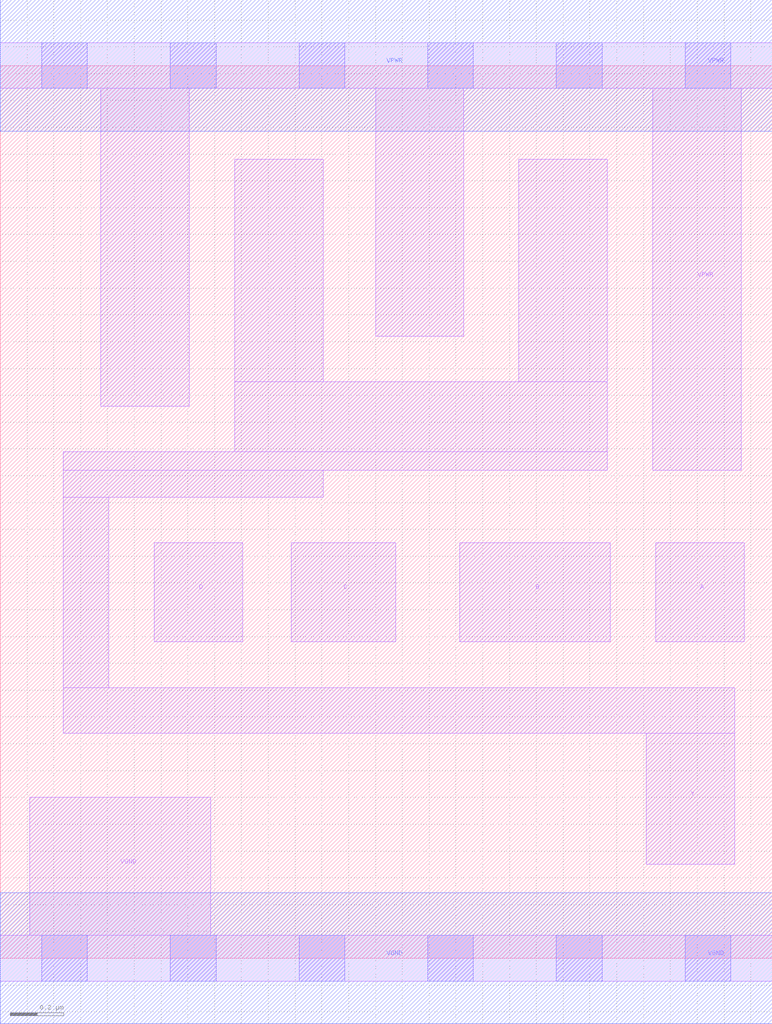
<source format=lef>
# Copyright 2020 The SkyWater PDK Authors
#
# Licensed under the Apache License, Version 2.0 (the "License");
# you may not use this file except in compliance with the License.
# You may obtain a copy of the License at
#
#     https://www.apache.org/licenses/LICENSE-2.0
#
# Unless required by applicable law or agreed to in writing, software
# distributed under the License is distributed on an "AS IS" BASIS,
# WITHOUT WARRANTIES OR CONDITIONS OF ANY KIND, either express or implied.
# See the License for the specific language governing permissions and
# limitations under the License.
#
# SPDX-License-Identifier: Apache-2.0

VERSION 5.7 ;
  NAMESCASESENSITIVE ON ;
  NOWIREEXTENSIONATPIN ON ;
  DIVIDERCHAR "/" ;
  BUSBITCHARS "[]" ;
UNITS
  DATABASE MICRONS 200 ;
END UNITS
MACRO sky130_fd_sc_hs__nand4_1
  CLASS CORE ;
  SOURCE USER ;
  FOREIGN sky130_fd_sc_hs__nand4_1 ;
  ORIGIN  0.000000  0.000000 ;
  SIZE  2.880000 BY  3.330000 ;
  SYMMETRY X Y ;
  SITE unit ;
  PIN A
    ANTENNAGATEAREA  0.279000 ;
    DIRECTION INPUT ;
    USE SIGNAL ;
    PORT
      LAYER li1 ;
        RECT 2.445000 1.180000 2.775000 1.550000 ;
    END
  END A
  PIN B
    ANTENNAGATEAREA  0.279000 ;
    DIRECTION INPUT ;
    USE SIGNAL ;
    PORT
      LAYER li1 ;
        RECT 1.715000 1.180000 2.275000 1.550000 ;
    END
  END B
  PIN C
    ANTENNAGATEAREA  0.279000 ;
    DIRECTION INPUT ;
    USE SIGNAL ;
    PORT
      LAYER li1 ;
        RECT 1.085000 1.180000 1.475000 1.550000 ;
    END
  END C
  PIN D
    ANTENNAGATEAREA  0.279000 ;
    DIRECTION INPUT ;
    USE SIGNAL ;
    PORT
      LAYER li1 ;
        RECT 0.575000 1.180000 0.905000 1.550000 ;
    END
  END D
  PIN Y
    ANTENNADIFFAREA  0.936500 ;
    DIRECTION OUTPUT ;
    USE SIGNAL ;
    PORT
      LAYER li1 ;
        RECT 0.235000 0.840000 2.740000 1.010000 ;
        RECT 0.235000 1.010000 0.405000 1.720000 ;
        RECT 0.235000 1.720000 1.205000 1.820000 ;
        RECT 0.235000 1.820000 2.265000 1.890000 ;
        RECT 0.875000 1.890000 2.265000 2.150000 ;
        RECT 0.875000 2.150000 1.205000 2.980000 ;
        RECT 1.935000 2.150000 2.265000 2.980000 ;
        RECT 2.410000 0.350000 2.740000 0.840000 ;
    END
  END Y
  PIN VGND
    DIRECTION INOUT ;
    USE GROUND ;
    PORT
      LAYER li1 ;
        RECT 0.000000 -0.085000 2.880000 0.085000 ;
        RECT 0.110000  0.085000 0.785000 0.600000 ;
      LAYER mcon ;
        RECT 0.155000 -0.085000 0.325000 0.085000 ;
        RECT 0.635000 -0.085000 0.805000 0.085000 ;
        RECT 1.115000 -0.085000 1.285000 0.085000 ;
        RECT 1.595000 -0.085000 1.765000 0.085000 ;
        RECT 2.075000 -0.085000 2.245000 0.085000 ;
        RECT 2.555000 -0.085000 2.725000 0.085000 ;
      LAYER met1 ;
        RECT 0.000000 -0.245000 2.880000 0.245000 ;
    END
  END VGND
  PIN VPWR
    DIRECTION INOUT ;
    USE POWER ;
    PORT
      LAYER li1 ;
        RECT 0.000000 3.245000 2.880000 3.415000 ;
        RECT 0.375000 2.060000 0.705000 3.245000 ;
        RECT 1.400000 2.320000 1.730000 3.245000 ;
        RECT 2.435000 1.820000 2.765000 3.245000 ;
      LAYER mcon ;
        RECT 0.155000 3.245000 0.325000 3.415000 ;
        RECT 0.635000 3.245000 0.805000 3.415000 ;
        RECT 1.115000 3.245000 1.285000 3.415000 ;
        RECT 1.595000 3.245000 1.765000 3.415000 ;
        RECT 2.075000 3.245000 2.245000 3.415000 ;
        RECT 2.555000 3.245000 2.725000 3.415000 ;
      LAYER met1 ;
        RECT 0.000000 3.085000 2.880000 3.575000 ;
    END
  END VPWR
END sky130_fd_sc_hs__nand4_1

</source>
